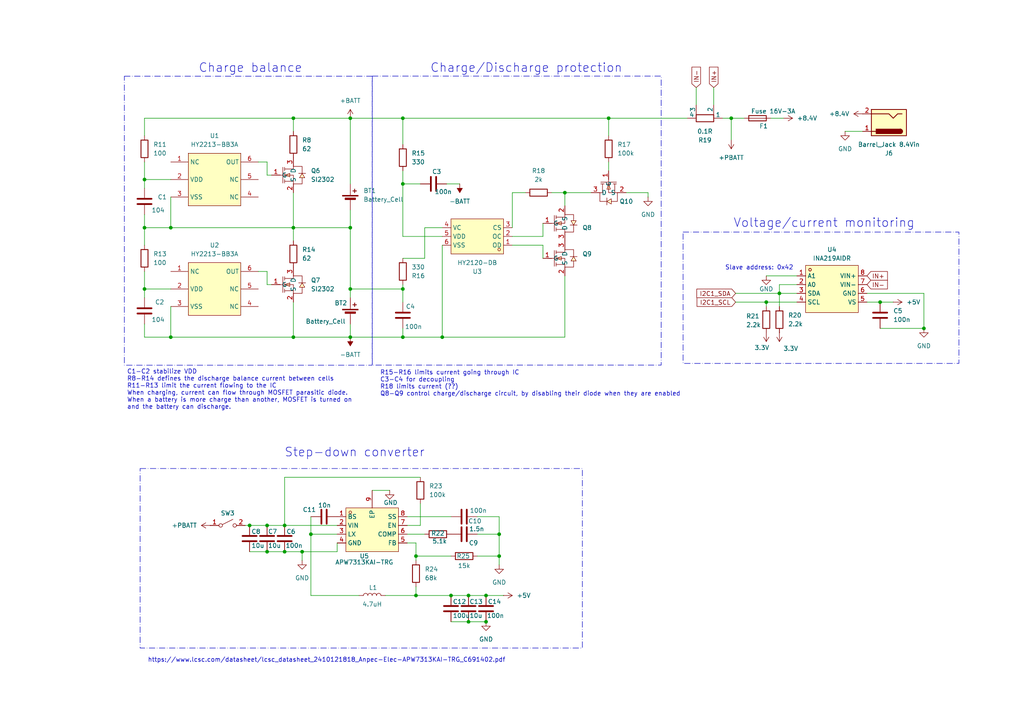
<source format=kicad_sch>
(kicad_sch (version 20250114) (generator "eeschema") (generator_version "9.0")
  (paper "A4")
  (lib_symbols
    (symbol "Connector:Barrel_Jack" (pin_names (offset 1.016))
      (property "Reference" "J" (at 0 5.334 0))
      (property "Value" "Barrel_Jack" (at 0 -5.08 0))
      (symbol "Barrel_Jack_0_1"
        (rectangle (start -5.08 3.81) (end 5.08 -3.81) (stroke (width 0.254)) (fill (type background)))
        (polyline (pts (xy -3.81 -2.54) (xy -2.54 -2.54) (xy -1.27 -1.27) (xy 0 -2.54) (xy 2.54 -2.54) (xy 5.08 -2.54)) (stroke (width 0.254)))
        (arc (start -3.302 1.905) (mid -3.9343 2.54) (end -3.302 3.175) (stroke (width 0.254)))
        (arc (start -3.302 1.905) (mid -3.9343 2.54) (end -3.302 3.175) (stroke (width 0.254)) (fill (type outline)))
        (rectangle (start 3.683 3.175) (end -3.302 1.905) (stroke (width 0.254)) (fill (type outline)))
        (polyline (pts (xy 5.08 2.54) (xy 3.81 2.54)) (stroke (width 0.254)))
      )
      (symbol "Barrel_Jack_1_1"
        (pin passive line (at 7.62 2.54 180) (length 2.54) (name "~") (number "1"))
        (pin passive line (at 7.62 -2.54 180) (length 2.54) (name "~") (number "2"))
      )
    )
    (symbol "Device:Battery_Cell" (pin_numbers (hide yes)) (pin_names (offset 0) (hide yes))
      (property "Reference" "BT" (at 2.54 2.54 0))
      (property "Value" "Battery_Cell" (at 2.54 0 0))
      (symbol "Battery_Cell_0_1"
        (rectangle (start -2.286 1.778) (end 2.286 1.524) (fill (type outline)))
        (rectangle (start -1.524 1.016) (end 1.524 0.508) (fill (type outline)))
        (polyline (pts (xy 0 1.778) (xy 0 2.54)))
        (polyline (pts (xy 0 0.762) (xy 0 0)))
        (polyline (pts (xy 0.762 3.048) (xy 1.778 3.048)) (stroke (width 0.254)))
        (polyline (pts (xy 1.27 3.556) (xy 1.27 2.54)) (stroke (width 0.254)))
      )
      (symbol "Battery_Cell_1_1"
        (pin passive line (at 0 5.08 270) (length 2.54) (name "+") (number "1"))
        (pin passive line (at 0 -2.54 90) (length 2.54) (name "-") (number "2"))
      )
    )
    (symbol "Device:C" (pin_numbers (hide yes)) (pin_names (offset 0.254))
      (property "Reference" "C" (at 0.635 2.54 0))
      (property "Value" "C" (at 0.635 -2.54 0))
      (symbol "C_0_1"
        (polyline (pts (xy -2.032 0.762) (xy 2.032 0.762)) (stroke (width 0.508)))
        (polyline (pts (xy -2.032 -0.762) (xy 2.032 -0.762)) (stroke (width 0.508)))
      )
      (symbol "C_1_1"
        (pin passive line (at 0 3.81 270) (length 2.794) (name "~") (number "1"))
        (pin passive line (at 0 -3.81 90) (length 2.794) (name "~") (number "2"))
      )
    )
    (symbol "Device:Fuse" (pin_numbers (hide yes)) (pin_names (offset 0))
      (property "Reference" "F" (at 2.032 0 90))
      (property "Value" "Fuse" (at -1.905 0 90))
      (symbol "Fuse_0_1"
        (rectangle (start -0.762 -2.54) (end 0.762 2.54) (stroke (width 0.254)))
        (polyline (pts (xy 0 2.54) (xy 0 -2.54)))
      )
      (symbol "Fuse_1_1"
        (pin passive line (at 0 3.81 270) (length 1.27) (name "~") (number "1"))
        (pin passive line (at 0 -3.81 90) (length 1.27) (name "~") (number "2"))
      )
    )
    (symbol "Device:L" (pin_numbers (hide yes)) (pin_names (offset 1.016) (hide yes))
      (property "Reference" "L" (at -1.27 0 90))
      (property "Value" "L" (at 1.905 0 90))
      (symbol "L_0_1"
        (arc (start 0 2.54) (mid 0.6323 1.905) (end 0 1.27))
        (arc (start 0 1.27) (mid 0.6323 0.635) (end 0 0))
        (arc (start 0 0) (mid 0.6323 -0.635) (end 0 -1.27))
        (arc (start 0 -1.27) (mid 0.6323 -1.905) (end 0 -2.54))
      )
      (symbol "L_1_1"
        (pin passive line (at 0 3.81 270) (length 1.27) (name "1") (number "1"))
        (pin passive line (at 0 -3.81 90) (length 1.27) (name "2") (number "2"))
      )
    )
    (symbol "Device:R" (pin_numbers (hide yes)) (pin_names (offset 0))
      (property "Reference" "R" (at 2.032 0 90))
      (property "Value" "R" (at 0 0 90))
      (symbol "R_0_1"
        (rectangle (start -1.016 -2.54) (end 1.016 2.54) (stroke (width 0.254)))
      )
      (symbol "R_1_1"
        (pin passive line (at 0 3.81 270) (length 1.27) (name "~") (number "1"))
        (pin passive line (at 0 -3.81 90) (length 1.27) (name "~") (number "2"))
      )
    )
    (symbol "Device:R_Shunt" (pin_numbers (hide yes)) (pin_names (offset 0))
      (property "Reference" "R" (at -4.445 0 90))
      (property "Value" "R_Shunt" (at -2.54 0 90))
      (symbol "R_Shunt_0_1"
        (rectangle (start -1.016 -2.54) (end 1.016 2.54) (stroke (width 0.254)))
        (polyline (pts (xy 0 -2.54) (xy 1.27 -2.54)))
        (polyline (pts (xy 1.27 2.54) (xy 0 2.54)))
      )
      (symbol "R_Shunt_1_1"
        (pin passive line (at 0 5.08 270) (length 2.54) (name "1") (number "1"))
        (pin passive line (at 0 -5.08 90) (length 2.54) (name "4") (number "4"))
        (pin passive line (at 3.81 2.54 180) (length 2.54) (name "2") (number "2"))
        (pin passive line (at 3.81 -2.54 180) (length 2.54) (name "3") (number "3"))
      )
    )
    (symbol "Switch:SW_SPST" (pin_names (offset 0) (hide yes))
      (property "Reference" "SW" (at 0 3.175 0))
      (property "Value" "SW_SPST" (at 0 -2.54 0))
      (symbol "SW_SPST_0_0"
        (circle (center -2.032 0) (radius 0.508))
        (polyline (pts (xy -1.524 0.254) (xy 1.524 1.778)))
        (circle (center 2.032 0) (radius 0.508))
      )
      (symbol "SW_SPST_1_1"
        (pin passive line (at -5.08 0 0) (length 2.54) (name "A") (number "1"))
        (pin passive line (at 5.08 0 180) (length 2.54) (name "B") (number "2"))
      )
    )
    (symbol "easyeda:APW7313KAI-TRG"
      (property "Reference" "U" (at 0 16.51 0))
      (property "Value" "APW7313KAI-TRG" (at 0 -8.89 0))
      (symbol "APW7313KAI-TRG_0_1"
        (rectangle (start -7.62 6.35) (end 7.62 -6.35) (fill (type background)))
        (circle (center -6.35 5.08) (radius 0.38))
        (pin unspecified line (at -10.16 3.81 0) (length 2.54) (name "BS") (number "1"))
        (pin unspecified line (at -10.16 1.27 0) (length 2.54) (name "VIN") (number "2"))
        (pin unspecified line (at -10.16 -1.27 0) (length 2.54) (name "LX") (number "3"))
        (pin unspecified line (at -10.16 -3.81 0) (length 2.54) (name "GND") (number "4"))
        (pin unspecified line (at 0 11.43 270) (length 5.08) (name "EP") (number "9"))
        (pin unspecified line (at 10.16 3.81 180) (length 2.54) (name "SS") (number "8"))
        (pin unspecified line (at 10.16 1.27 180) (length 2.54) (name "EN") (number "7"))
        (pin unspecified line (at 10.16 -1.27 180) (length 2.54) (name "COMP") (number "6"))
        (pin unspecified line (at 10.16 -3.81 180) (length 2.54) (name "FB") (number "5"))
      )
    )
    (symbol "easyeda:HY2120-DB"
      (property "Reference" "U" (at 0 7.62 0))
      (property "Value" "HY2120-DB" (at 0 -7.62 0))
      (symbol "HY2120-DB_0_1"
        (rectangle (start -7.62 5.08) (end 7.62 -5.08) (fill (type background)))
        (circle (center -6.35 3.81) (radius 0.38))
        (pin unspecified line (at -10.16 2.54 0) (length 2.54) (name "OD") (number "1"))
        (pin unspecified line (at -10.16 0 0) (length 2.54) (name "OC") (number "2"))
        (pin unspecified line (at -10.16 -2.54 0) (length 2.54) (name "CS") (number "3"))
        (pin unspecified line (at 10.16 2.54 180) (length 2.54) (name "VSS") (number "6"))
        (pin unspecified line (at 10.16 0 180) (length 2.54) (name "VDD") (number "5"))
        (pin unspecified line (at 10.16 -2.54 180) (length 2.54) (name "VC") (number "4"))
      )
    )
    (symbol "easyeda:HY2213-BB3A"
      (property "Reference" "U" (at 0 10.16 0))
      (property "Value" "HY2213-BB3A" (at 0 -10.16 0))
      (symbol "HY2213-BB3A_0_1"
        (rectangle (start -7.62 7.62) (end 7.62 -7.62) (fill (type background)))
        (pin unspecified line (at -12.7 5.08 0) (length 5.08) (name "NC") (number "1"))
        (pin unspecified line (at -12.7 0 0) (length 5.08) (name "VDD") (number "2"))
        (pin unspecified line (at -12.7 -5.08 0) (length 5.08) (name "VSS") (number "3"))
        (pin unspecified line (at 12.7 5.08 180) (length 5.08) (name "OUT") (number "6"))
        (pin unspecified line (at 12.7 0 180) (length 5.08) (name "NC") (number "5"))
        (pin unspecified line (at 12.7 -5.08 180) (length 5.08) (name "NC") (number "4"))
      )
    )
    (symbol "easyeda:INA219AIDR"
      (property "Reference" "U" (at 0 8.89 0))
      (property "Value" "INA219AIDR" (at 0 -8.89 0))
      (symbol "INA219AIDR_0_1"
        (rectangle (start -7.62 6.86) (end 7.62 -6.86) (fill (type background)))
        (circle (center -6.35 5.59) (radius 0.38))
        (circle (center -6.35 5.59) (radius 0.38))
        (pin unspecified line (at -10.16 3.81 0) (length 2.54) (name "A1") (number "1"))
        (pin unspecified line (at -10.16 1.27 0) (length 2.54) (name "A0") (number "2"))
        (pin unspecified line (at -10.16 -1.27 0) (length 2.54) (name "SDA") (number "3"))
        (pin unspecified line (at -10.16 -3.81 0) (length 2.54) (name "SCL") (number "4"))
        (pin unspecified line (at 10.16 3.81 180) (length 2.54) (name "VIN+") (number "8"))
        (pin unspecified line (at 10.16 1.27 180) (length 2.54) (name "VIN-") (number "7"))
        (pin unspecified line (at 10.16 -1.27 180) (length 2.54) (name "GND") (number "6"))
        (pin unspecified line (at 10.16 -3.81 180) (length 2.54) (name "VS") (number "5"))
      )
    )
    (symbol "easyeda:SI2302_C2891732"
      (property "Reference" "Q" (at 0 10.16 0))
      (property "Value" "SI2302_C2891732" (at 0 -10.16 0))
      (symbol "SI2302_C2891732_0_1"
        (polyline (pts (xy -5.08 0) (xy -3.05 0)))
        (polyline (pts (xy -3.05 2.29) (xy -3.05 -2.29)))
        (polyline (pts (xy -2.54 2.29) (xy -2.54 1.27)))
        (polyline (pts (xy -2.54 1.78) (xy 0 1.78) (xy 0 2.54) (xy 2.54 2.54) (xy 2.54 0.51)))
        (polyline (pts (xy -2.54 0) (xy -1.02 -0.51) (xy -1.02 0.51) (xy -2.54 0)) (fill (type background)))
        (polyline (pts (xy -2.54 0) (xy 0 0) (xy 0 -2.54) (xy 2.54 -2.54) (xy 2.54 -0.76)))
        (polyline (pts (xy -2.54 -0.51) (xy -2.54 0.51)))
        (polyline (pts (xy -2.54 -2.29) (xy -2.54 -1.27)))
        (polyline (pts (xy 0 -1.78) (xy -2.54 -1.78)))
        (polyline (pts (xy 2.54 0.51) (xy 1.78 -0.76) (xy 3.3 -0.76) (xy 2.54 0.51)) (fill (type background)))
        (polyline (pts (xy 3.56 0.51) (xy 3.05 0.51) (xy 2.03 0.51) (xy 1.52 0.51)))
        (pin unspecified line (at -6.35 0 0) (length 2.54) (name "G") (number "1"))
        (pin unspecified line (at 0 5.08 270) (length 2.54) (name "D") (number "3"))
        (pin unspecified line (at 0 -5.08 90) (length 2.54) (name "S") (number "2"))
      )
    )
    (symbol "power:+5V" (power) (pin_numbers (hide yes)) (pin_names (offset 0) (hide yes))
      (property "Value" "+5V" (at 0 3.556 0))
      (symbol "+5V_0_1"
        (polyline (pts (xy -0.762 1.27) (xy 0 2.54)))
        (polyline (pts (xy 0 2.54) (xy 0.762 1.27)))
        (polyline (pts (xy 0 0) (xy 0 2.54)))
      )
      (symbol "+5V_1_1"
        (pin power_in line (at 0 0 90) (length 0) (name "~") (number "1"))
      )
    )
    (symbol "power:+BATT" (power) (pin_numbers (hide yes)) (pin_names (offset 0) (hide yes))
      (property "Value" "+BATT" (at 0 3.556 0))
      (symbol "+BATT_0_1"
        (polyline (pts (xy -0.762 1.27) (xy 0 2.54)))
        (polyline (pts (xy 0 2.54) (xy 0.762 1.27)))
        (polyline (pts (xy 0 0) (xy 0 2.54)))
      )
      (symbol "+BATT_1_1"
        (pin power_in line (at 0 0 90) (length 0) (name "~") (number "1"))
      )
    )
    (symbol "power:-BATT" (power) (pin_numbers (hide yes)) (pin_names (offset 0) (hide yes))
      (property "Value" "-BATT" (at 0 3.556 0))
      (symbol "-BATT_0_1"
        (polyline (pts (xy 0 0) (xy 0 2.54)))
        (polyline (pts (xy 0.762 1.27) (xy -0.762 1.27) (xy 0 2.54) (xy 0.762 1.27)) (fill (type outline)))
      )
      (symbol "-BATT_1_1"
        (pin power_in line (at 0 0 90) (length 0) (name "~") (number "1"))
      )
    )
    (symbol "power:GND" (power) (pin_numbers (hide yes)) (pin_names (offset 0) (hide yes))
      (property "Value" "GND" (at 0 -3.81 0))
      (symbol "GND_0_1"
        (polyline (pts (xy 0 0) (xy 0 -1.27) (xy 1.27 -1.27) (xy 0 -2.54) (xy -1.27 -1.27) (xy 0 -1.27)))
      )
      (symbol "GND_1_1"
        (pin power_in line (at 0 0 270) (length 0) (name "~") (number "1"))
      )
    )
  )
  (rectangle (start 36.068 22.098) (end 107.95 105.918) (stroke (width 0) (type dash_dot)))
  (rectangle (start 107.9813 22.0753) (end 191.7699 105.8953) (stroke (width 0) (type dash_dot)))
  (rectangle (start 198.12 67.31) (end 278.13 105.41) (stroke (width 0) (type dash_dot)))
  (rectangle (start 40.64 135.89) (end 168.91 187.96) (stroke (width 0) (type dash_dot)))
  (text "Step-down converter" (at 102.87 131.318 0) (effects (font (size 2.54 2.54))))
  (text "Charge balance" (at 72.644 19.812 0) (effects (font (size 2.54 2.54))))
  (text "Slave address: 0x42" (at 220.218 77.724 0) (effects (font (size 1.27 1.27))))
  (text "C1-C2 stabilize VDD\nR8-R14 defines the discharge balance current between cells\nR11-R13 limit the current flowing to the IC\nWhen charging, current can flow through MOSFET parasitic diode.\nWhen a battery is more charge than another, MOSFET is turned on\nand the battery can discharge.\n" (at 36.83 113.03 0) (effects (font (size 1.27 1.27)) (justify left)))
  (text "Charge/Discharge protection" (at 152.654 19.812 0) (effects (font (size 2.54 2.54))))
  (text "Voltage/current monitoring" (at 239.014 64.77 0) (effects (font (size 2.54 2.54))))
  (text "https://www.lcsc.com/datasheet/lcsc_datasheet_2410121818_Anpec-Elec-APW7313KAI-TRG_C691402.pdf" (at 94.742 191.516 0) (effects (font (size 1.27 1.27))))
  (text "R15-R16 limits current going through IC\nC3-C4 for decoupling\nR18 limits current (??)\nQ8-Q9 control charge/discharge circuit, by disabling their diode when they are enabled" (at 110.236 111.252 0) (effects (font (size 1.27 1.27)) (justify left)))
  (junction (at 120.65 172.72))
  (junction (at 85.09 97.79))
  (junction (at 82.55 160.02))
  (junction (at 135.89 172.72))
  (junction (at 130.81 172.72))
  (junction (at 77.47 152.4))
  (junction (at 140.97 172.72))
  (junction (at 49.53 66.04))
  (junction (at 120.65 161.29))
  (junction (at 41.91 83.82))
  (junction (at 101.6 97.79))
  (junction (at 116.84 34.29))
  (junction (at 116.84 53.34))
  (junction (at 87.63 160.02))
  (junction (at 41.91 66.04))
  (junction (at 77.47 160.02))
  (junction (at 116.84 97.79))
  (junction (at 49.53 97.79))
  (junction (at 85.09 66.04))
  (junction (at 116.84 83.82))
  (junction (at 135.89 180.34))
  (junction (at 222.25 87.63))
  (junction (at 128.27 97.79))
  (junction (at 101.6 34.29))
  (junction (at 144.78 161.29))
  (junction (at 101.6 83.82))
  (junction (at 176.53 34.29))
  (junction (at 41.91 52.07))
  (junction (at 140.97 180.34))
  (junction (at 212.09 34.29))
  (junction (at 101.6 66.04))
  (junction (at 85.09 34.29))
  (junction (at 90.17 154.94))
  (junction (at 144.78 154.94))
  (junction (at 72.39 152.4))
  (junction (at 267.97 95.25))
  (junction (at 255.27 87.63))
  (junction (at 82.55 152.4))
  (junction (at 163.83 55.88))
  (junction (at 226.06 85.09))
  (wire (pts (xy 85.09 38.1) (xy 85.09 34.29)))
  (wire (pts (xy 90.17 154.94) (xy 97.79 154.94)))
  (wire (pts (xy 133.35 53.34) (xy 129.54 53.34)))
  (wire (pts (xy 41.91 54.61) (xy 41.91 52.07)))
  (wire (pts (xy 77.47 50.8) (xy 77.47 46.99)))
  (wire (pts (xy 78.74 82.55) (xy 77.47 82.55)))
  (wire (pts (xy 123.19 66.04) (xy 128.27 66.04)))
  (wire (pts (xy 71.12 152.4) (xy 72.39 152.4)))
  (wire (pts (xy 245.11 38.1) (xy 250.19 38.1)))
  (wire (pts (xy 116.84 97.79) (xy 128.27 97.79)))
  (wire (pts (xy 148.59 55.88) (xy 152.4 55.88)))
  (wire (pts (xy 226.06 85.09) (xy 226.06 88.9)))
  (wire (pts (xy 118.11 157.48) (xy 120.65 157.48)))
  (wire (pts (xy 144.78 149.86) (xy 144.78 154.94)))
  (wire (pts (xy 157.48 68.58) (xy 157.48 64.77)))
  (wire (pts (xy 226.06 82.55) (xy 226.06 85.09)))
  (wire (pts (xy 116.84 49.53) (xy 116.84 53.34)))
  (wire (pts (xy 90.17 149.86) (xy 90.17 154.94)))
  (wire (pts (xy 160.02 55.88) (xy 163.83 55.88)))
  (wire (pts (xy 148.59 66.04) (xy 148.59 55.88)))
  (wire (pts (xy 176.53 49.53) (xy 176.53 46.99)))
  (wire (pts (xy 41.91 66.04) (xy 49.53 66.04)))
  (wire (pts (xy 101.6 97.79) (xy 101.6 93.98)))
  (wire (pts (xy 209.55 34.29) (xy 212.09 34.29)))
  (wire (pts (xy 49.53 97.79) (xy 85.09 97.79)))
  (wire (pts (xy 138.43 149.86) (xy 144.78 149.86)))
  (wire (pts (xy 116.84 53.34) (xy 116.84 68.58)))
  (wire (pts (xy 120.65 170.18) (xy 120.65 172.72)))
  (wire (pts (xy 120.65 172.72) (xy 130.81 172.72)))
  (wire (pts (xy 130.81 180.34) (xy 135.89 180.34)))
  (wire (pts (xy 212.09 34.29) (xy 215.9 34.29)))
  (wire (pts (xy 85.09 34.29) (xy 101.6 34.29)))
  (wire (pts (xy 41.91 97.79) (xy 49.53 97.79)))
  (wire (pts (xy 251.46 87.63) (xy 255.27 87.63)))
  (wire (pts (xy 116.84 83.82) (xy 101.6 83.82)))
  (wire (pts (xy 85.09 55.88) (xy 85.09 66.04)))
  (wire (pts (xy 85.09 97.79) (xy 101.6 97.79)))
  (wire (pts (xy 87.63 162.56) (xy 87.63 160.02)))
  (wire (pts (xy 163.83 97.79) (xy 128.27 97.79)))
  (wire (pts (xy 101.6 34.29) (xy 116.84 34.29)))
  (wire (pts (xy 116.84 82.55) (xy 116.84 83.82)))
  (wire (pts (xy 267.97 95.25) (xy 255.27 95.25)))
  (wire (pts (xy 120.65 157.48) (xy 120.65 161.29)))
  (wire (pts (xy 135.89 172.72) (xy 140.97 172.72)))
  (wire (pts (xy 201.93 25.4) (xy 201.93 30.48)))
  (wire (pts (xy 176.53 34.29) (xy 116.84 34.29)))
  (wire (pts (xy 267.97 85.09) (xy 267.97 95.25)))
  (wire (pts (xy 41.91 34.29) (xy 85.09 34.29)))
  (wire (pts (xy 121.92 152.4) (xy 121.92 146.05)))
  (wire (pts (xy 135.89 180.34) (xy 140.97 180.34)))
  (wire (pts (xy 255.27 87.63) (xy 259.08 87.63)))
  (wire (pts (xy 120.65 161.29) (xy 120.65 162.56)))
  (wire (pts (xy 90.17 172.72) (xy 90.17 154.94)))
  (wire (pts (xy 138.43 154.94) (xy 144.78 154.94)))
  (wire (pts (xy 72.39 152.4) (xy 77.47 152.4)))
  (wire (pts (xy 207.01 25.4) (xy 207.01 30.48)))
  (wire (pts (xy 120.65 161.29) (xy 130.81 161.29)))
  (wire (pts (xy 101.6 34.29) (xy 101.6 53.34)))
  (wire (pts (xy 78.74 50.8) (xy 77.47 50.8)))
  (wire (pts (xy 163.83 59.69) (xy 163.83 55.88)))
  (wire (pts (xy 116.84 95.25) (xy 116.84 97.79)))
  (wire (pts (xy 101.6 60.96) (xy 101.6 66.04)))
  (wire (pts (xy 77.47 82.55) (xy 77.47 78.74)))
  (wire (pts (xy 107.95 142.24) (xy 113.03 142.24)))
  (wire (pts (xy 212.09 40.64) (xy 212.09 34.29)))
  (wire (pts (xy 41.91 71.12) (xy 41.91 66.04)))
  (wire (pts (xy 85.09 87.63) (xy 85.09 97.79)))
  (wire (pts (xy 187.96 55.88) (xy 181.61 55.88)))
  (wire (pts (xy 41.91 46.99) (xy 41.91 52.07)))
  (wire (pts (xy 41.91 86.36) (xy 41.91 83.82)))
  (wire (pts (xy 148.59 71.12) (xy 157.48 71.12)))
  (wire (pts (xy 121.92 53.34) (xy 116.84 53.34)))
  (wire (pts (xy 138.43 161.29) (xy 144.78 161.29)))
  (wire (pts (xy 222.25 80.01) (xy 231.14 80.01)))
  (wire (pts (xy 82.55 152.4) (xy 82.55 138.43)))
  (wire (pts (xy 222.25 87.63) (xy 231.14 87.63)))
  (wire (pts (xy 120.65 172.72) (xy 111.76 172.72)))
  (wire (pts (xy 101.6 97.79) (xy 116.84 97.79)))
  (wire (pts (xy 101.6 66.04) (xy 101.6 83.82)))
  (wire (pts (xy 97.79 160.02) (xy 97.79 157.48)))
  (wire (pts (xy 231.14 82.55) (xy 226.06 82.55)))
  (wire (pts (xy 116.84 74.93) (xy 123.19 74.93)))
  (wire (pts (xy 148.59 68.58) (xy 157.48 68.58)))
  (wire (pts (xy 101.6 83.82) (xy 101.6 86.36)))
  (wire (pts (xy 104.14 172.72) (xy 90.17 172.72)))
  (wire (pts (xy 49.53 57.15) (xy 49.53 66.04)))
  (wire (pts (xy 87.63 160.02) (xy 97.79 160.02)))
  (wire (pts (xy 187.96 57.15) (xy 187.96 55.88)))
  (wire (pts (xy 123.19 154.94) (xy 118.11 154.94)))
  (wire (pts (xy 41.91 39.37) (xy 41.91 34.29)))
  (wire (pts (xy 41.91 62.23) (xy 41.91 66.04)))
  (wire (pts (xy 213.36 85.09) (xy 226.06 85.09)))
  (wire (pts (xy 144.78 161.29) (xy 144.78 154.94)))
  (wire (pts (xy 49.53 66.04) (xy 85.09 66.04)))
  (wire (pts (xy 222.25 88.9) (xy 222.25 87.63)))
  (wire (pts (xy 116.84 68.58) (xy 128.27 68.58)))
  (wire (pts (xy 49.53 88.9) (xy 49.53 97.79)))
  (wire (pts (xy 163.83 80.01) (xy 163.83 97.79)))
  (wire (pts (xy 176.53 39.37) (xy 176.53 34.29)))
  (wire (pts (xy 123.19 74.93) (xy 123.19 66.04)))
  (wire (pts (xy 82.55 138.43) (xy 121.92 138.43)))
  (wire (pts (xy 163.83 55.88) (xy 171.45 55.88)))
  (wire (pts (xy 82.55 152.4) (xy 97.79 152.4)))
  (wire (pts (xy 82.55 160.02) (xy 87.63 160.02)))
  (wire (pts (xy 85.09 66.04) (xy 101.6 66.04)))
  (wire (pts (xy 85.09 69.85) (xy 85.09 66.04)))
  (wire (pts (xy 176.53 34.29) (xy 199.39 34.29)))
  (wire (pts (xy 118.11 152.4) (xy 121.92 152.4)))
  (wire (pts (xy 226.06 85.09) (xy 231.14 85.09)))
  (wire (pts (xy 77.47 46.99) (xy 74.93 46.99)))
  (wire (pts (xy 140.97 172.72) (xy 146.05 172.72)))
  (wire (pts (xy 118.11 149.86) (xy 130.81 149.86)))
  (wire (pts (xy 77.47 78.74) (xy 74.93 78.74)))
  (wire (pts (xy 116.84 41.91) (xy 116.84 34.29)))
  (wire (pts (xy 77.47 152.4) (xy 82.55 152.4)))
  (wire (pts (xy 128.27 71.12) (xy 128.27 97.79)))
  (wire (pts (xy 41.91 52.07) (xy 49.53 52.07)))
  (wire (pts (xy 116.84 83.82) (xy 116.84 87.63)))
  (wire (pts (xy 144.78 163.83) (xy 144.78 161.29)))
  (wire (pts (xy 72.39 160.02) (xy 77.47 160.02)))
  (wire (pts (xy 130.81 172.72) (xy 135.89 172.72)))
  (wire (pts (xy 251.46 85.09) (xy 267.97 85.09)))
  (wire (pts (xy 157.48 74.93) (xy 157.48 71.12)))
  (wire (pts (xy 77.47 160.02) (xy 82.55 160.02)))
  (wire (pts (xy 41.91 78.74) (xy 41.91 83.82)))
  (wire (pts (xy 41.91 83.82) (xy 49.53 83.82)))
  (wire (pts (xy 213.36 87.63) (xy 222.25 87.63)))
  (wire (pts (xy 223.52 34.29) (xy 227.33 34.29)))
  (wire (pts (xy 41.91 93.98) (xy 41.91 97.79)))
  (global_label "IN-" (shape input) (at 251.46 82.55 0) (property "Intersheetrefs" "${INTERSHEET_REFS}" (effects (hide yes))))
  (global_label "I2C1_SDA" (shape input) (at 213.36 85.09 180) (property "Intersheetrefs" "${INTERSHEET_REFS}" (effects (hide yes))))
  (global_label "IN-" (shape input) (at 201.93 25.4 90) (property "Intersheetrefs" "${INTERSHEET_REFS}" (effects (hide yes))))
  (global_label "I2C1_SCL" (shape input) (at 213.36 87.63 180) (property "Intersheetrefs" "${INTERSHEET_REFS}" (effects (hide yes))))
  (global_label "IN+" (shape input) (at 207.01 25.4 90) (property "Intersheetrefs" "${INTERSHEET_REFS}" (effects (hide yes))))
  (global_label "IN+" (shape input) (at 251.46 80.01 0) (property "Intersheetrefs" "${INTERSHEET_REFS}" (effects (hide yes))))
  (symbol (lib_id "Device:C") (at 130.81 176.53 0) (unit 1)
    (property "Reference" "C12" (at 131.318 174.498 0) (effects (justify left)))
    (property "Value" "100u" (at 131.318 178.562 0) (effects (justify left)))
    (property "Description" "Unpolarized capacitor" (effects (hide yes)))
  )
  (symbol (lib_id "Device:C") (at 255.27 91.44 0) (unit 1)
    (property "Reference" "C5" (at 259.08 90.1699 0) (effects (justify left)))
    (property "Value" "100n" (at 259.08 92.7099 0) (effects (justify left)))
    (property "Description" "Unpolarized capacitor" (effects (hide yes)))
  )
  (symbol (lib_id "Device:R") (at 176.53 43.18 180) (unit 1)
    (property "Reference" "R17" (at 179.07 41.9099 0) (effects (justify right)))
    (property "Value" "100k" (at 179.07 44.4499 0) (effects (justify right)))
    (property "Description" "Resistor" (effects (hide yes)))
  )
  (symbol (lib_id "Device:R") (at 127 154.94 90) (unit 1)
    (property "Reference" "R22" (at 127 154.686 90))
    (property "Value" "5.1k" (at 127.508 156.972 90))
    (property "Description" "Resistor" (effects (hide yes)))
  )
  (symbol (lib_id "easyeda:SI2302_C2891732") (at 85.09 82.55 0) (unit 1)
    (property "Reference" "Q7" (at 90.17 81.2799 0) (effects (justify left)))
    (property "Value" "SI2302" (at 90.17 83.8199 0) (effects (justify left)))
    (property "Footprint" "easyeda:SOT-23-3_L2.9-W1.3-P1.90-LS2.4-BR" (effects (hide yes)))
    (property "LCSC Part" "C2891732" (effects (hide yes)))
  )
  (symbol (lib_id "Device:C") (at 82.55 156.21 0) (unit 1)
    (property "Reference" "C6" (at 83.058 154.178 0) (effects (justify left)))
    (property "Value" "100n" (at 82.804 158.242 0) (effects (justify left)))
    (property "Description" "Unpolarized capacitor" (effects (hide yes)))
  )
  (symbol (lib_id "Device:R") (at 85.09 41.91 0) (unit 1)
    (property "Reference" "R8" (at 87.63 40.6399 0) (effects (justify left)))
    (property "Value" "62" (at 87.63 43.1799 0) (effects (justify left)))
    (property "Description" "Resistor" (effects (hide yes)))
  )
  (symbol (lib_id "power:+BATT") (at 60.96 152.4 90) (unit 1)
    (property "Reference" "#PWR025" (effects (hide yes)))
    (property "Value" "+PBATT" (at 57.15 152.3999 90) (effects (justify left)))
    (property "Description" "Power symbol creates a global label with name \"+BATT\"" (effects (hide yes)))
  )
  (symbol (lib_id "Device:C") (at 41.91 90.17 0) (unit 1)
    (property "Reference" "C2" (at 44.958 87.63 0) (effects (justify left)))
    (property "Value" "104" (at 43.942 92.71 0) (effects (justify left)))
    (property "Description" "Unpolarized capacitor" (effects (hide yes)))
  )
  (symbol (lib_id "Connector:Barrel_Jack") (at 257.81 35.56 180) (unit 1)
    (property "Reference" "J6" (at 257.81 44.45 0))
    (property "Value" "Barrel_Jack 8.4Vin" (at 257.81 41.91 0))
    (property "Description" "DC Barrel Jack" (effects (hide yes)))
  )
  (symbol (lib_id "power:+BATT") (at 212.09 40.64 180) (unit 1)
    (property "Reference" "#PWR06" (effects (hide yes)))
    (property "Value" "+PBATT" (at 212.09 45.72 0))
    (property "Description" "Power symbol creates a global label with name \"+BATT\"" (effects (hide yes)))
  )
  (symbol (lib_id "Switch:SW_SPST") (at 66.04 152.4 0) (unit 1)
    (property "Reference" "SW3" (at 66.04 148.844 0))
    (property "Value" "SW_SPST" (effects (hide yes)))
    (property "Description" "Single Pole Single Throw (SPST) switch" (effects (hide yes)))
  )
  (symbol (lib_id "power:GND") (at 144.78 163.83 0) (unit 1)
    (property "Reference" "#PWR027" (effects (hide yes)))
    (property "Value" "GND" (at 144.78 168.91 0))
    (property "Description" "Power symbol creates a global label with name \"GND\" , ground" (effects (hide yes)))
  )
  (symbol (lib_id "Device:R") (at 116.84 45.72 180) (unit 1)
    (property "Reference" "R15" (at 119.38 44.4499 0) (effects (justify right)))
    (property "Value" "330" (at 119.38 46.9899 0) (effects (justify right)))
    (property "Description" "Resistor" (effects (hide yes)))
  )
  (symbol (lib_id "Device:R") (at 156.21 55.88 270) (unit 1)
    (property "Reference" "R18" (at 156.21 49.53 90))
    (property "Value" "2k" (at 156.21 52.07 90))
    (property "Description" "Resistor" (effects (hide yes)))
  )
  (symbol (lib_id "Device:C") (at 116.84 91.44 0) (mirror y) (unit 1)
    (property "Reference" "C4" (at 120.396 88.9 0) (effects (justify left)))
    (property "Value" "100n" (at 122.428 94.742 0) (effects (justify left)))
    (property "Description" "Unpolarized capacitor" (effects (hide yes)))
  )
  (symbol (lib_id "power:GND") (at 267.97 95.25 0) (unit 1)
    (property "Reference" "#PWR013" (effects (hide yes)))
    (property "Value" "GND" (at 267.97 100.33 0))
    (property "Description" "Power symbol creates a global label with name \"GND\" , ground" (effects (hide yes)))
  )
  (symbol (lib_id "power:GND") (at 187.96 57.15 0) (mirror y) (unit 1)
    (property "Reference" "#PWR034" (effects (hide yes)))
    (property "Value" "GND" (at 187.96 62.23 0))
    (property "Description" "Power symbol creates a global label with name \"GND\" , ground" (effects (hide yes)))
  )
  (symbol (lib_id "power:+5V") (at 226.06 96.52 180) (unit 1)
    (property "Reference" "#PWR014" (effects (hide yes)))
    (property "Value" "3.3V" (at 229.362 101.092 0))
    (property "Description" "Power symbol creates a global label with name \"+5V\"" (effects (hide yes)))
  )
  (symbol (lib_id "power:GND") (at 222.25 80.01 0) (unit 1)
    (property "Reference" "#PWR020" (effects (hide yes)))
    (property "Value" "GND" (at 222.25 83.82 0))
    (property "Description" "Power symbol creates a global label with name \"GND\" , ground" (effects (hide yes)))
  )
  (symbol (lib_id "easyeda:SI2302_C2891732") (at 163.83 74.93 0) (unit 1)
    (property "Reference" "Q9" (at 168.91 73.6599 0) (effects (justify left)))
    (property "Value" "SI2302" (effects (hide yes)))
    (property "Footprint" "easyeda:SOT-23-3_L2.9-W1.3-P1.90-LS2.4-BR" (effects (hide yes)))
    (property "LCSC Part" "C2891732" (effects (hide yes)))
  )
  (symbol (lib_id "Device:C") (at 93.98 149.86 90) (unit 1)
    (property "Reference" "C11" (at 91.694 147.828 90) (effects (justify left)))
    (property "Value" "10n" (at 96.012 146.558 90) (effects (justify left)))
    (property "Description" "Unpolarized capacitor" (effects (hide yes)))
  )
  (symbol (lib_id "Device:R") (at 226.06 92.71 180) (unit 1)
    (property "Reference" "R20" (at 228.6 91.4399 0) (effects (justify right)))
    (property "Value" "2.2k" (at 228.6 93.9799 0) (effects (justify right)))
    (property "Description" "Resistor" (effects (hide yes)))
  )
  (symbol (lib_id "power:+5V") (at 146.05 172.72 270) (unit 1)
    (property "Reference" "#PWR028" (effects (hide yes)))
    (property "Value" "+5V" (at 149.86 172.7199 90) (effects (justify left)))
    (property "Description" "Power symbol creates a global label with name \"+5V\"" (effects (hide yes)))
  )
  (symbol (lib_id "Device:C") (at 134.62 149.86 90) (unit 1)
    (property "Reference" "C10" (at 139.7 151.13 90) (effects (justify left)))
    (property "Value" "100n" (at 141.224 148.082 90) (effects (justify left)))
    (property "Description" "Unpolarized capacitor" (effects (hide yes)))
  )
  (symbol (lib_id "Device:R") (at 85.09 73.66 0) (unit 1)
    (property "Reference" "R14" (at 87.63 72.3899 0) (effects (justify left)))
    (property "Value" "62" (at 87.63 74.9299 0) (effects (justify left)))
    (property "Description" "Resistor" (effects (hide yes)))
  )
  (symbol (lib_id "power:+5V") (at 250.19 33.02 90) (mirror x) (unit 1)
    (property "Reference" "#PWR032" (effects (hide yes)))
    (property "Value" "+8.4V" (at 246.38 33.0199 90) (effects (justify left)))
    (property "Description" "Power symbol creates a global label with name \"+5V\"" (effects (hide yes)))
  )
  (symbol (lib_id "Device:C") (at 72.39 156.21 0) (unit 1)
    (property "Reference" "C8" (at 72.898 154.178 0) (effects (justify left)))
    (property "Value" "10u" (at 72.898 158.242 0) (effects (justify left)))
    (property "Description" "Unpolarized capacitor" (effects (hide yes)))
  )
  (symbol (lib_id "Device:R_Shunt") (at 204.47 34.29 270) (mirror x) (unit 1)
    (property "Reference" "R19" (at 204.47 40.64 90))
    (property "Value" "0.1R" (at 204.47 38.1 90))
    (property "Description" "Shunt resistor" (effects (hide yes)))
  )
  (symbol (lib_id "Device:L") (at 107.95 172.72 90) (unit 1)
    (property "Reference" "L1" (at 108.204 170.434 90))
    (property "Value" "4.7uH" (at 107.95 175.26 90))
    (property "Description" "Inductor" (effects (hide yes)))
  )
  (symbol (lib_id "Device:R") (at 41.91 74.93 0) (unit 1)
    (property "Reference" "R13" (at 44.45 73.6599 0) (effects (justify left)))
    (property "Value" "100" (at 44.45 76.1999 0) (effects (justify left)))
    (property "Description" "Resistor" (effects (hide yes)))
  )
  (symbol (lib_id "Device:C") (at 140.97 176.53 0) (unit 1)
    (property "Reference" "C14" (at 141.478 174.498 0) (effects (justify left)))
    (property "Value" "100n" (at 141.224 178.562 0) (effects (justify left)))
    (property "Description" "Unpolarized capacitor" (effects (hide yes)))
  )
  (symbol (lib_id "easyeda:SI2302_C2891732") (at 176.53 55.88 90) (mirror x) (unit 1)
    (property "Reference" "Q10" (at 183.642 58.42 90) (effects (justify left)))
    (property "Value" "SI2302" (effects (hide yes)))
    (property "Footprint" "easyeda:SOT-23-3_L2.9-W1.3-P1.90-LS2.4-BR" (effects (hide yes)))
    (property "LCSC Part" "C2891732" (effects (hide yes)))
  )
  (symbol (lib_id "easyeda:HY2213-BB3A") (at 62.23 83.82 0) (unit 1)
    (property "Reference" "U2" (at 62.23 71.12 0))
    (property "Value" "HY2213-BB3A" (at 62.23 73.66 0))
    (property "Footprint" "easyeda:SOT-23-6_L2.9-W1.6-P0.95-LS2.8-BR" (effects (hide yes)))
    (property "Datasheet" "https://lcsc.com/product-detail/PMIC-Battery-Management_HY2213-BB3A_C113632.html" (effects (hide yes)))
    (property "LCSC Part" "C113632" (effects (hide yes)))
  )
  (symbol (lib_id "Device:C") (at 134.62 154.94 90) (unit 1)
    (property "Reference" "C9" (at 138.684 157.48 90) (effects (justify left)))
    (property "Value" "1.5n" (at 140.462 153.416 90) (effects (justify left)))
    (property "Description" "Unpolarized capacitor" (effects (hide yes)))
  )
  (symbol (lib_id "easyeda:HY2120-DB") (at 138.43 68.58 180) (unit 1)
    (property "Reference" "U3" (at 138.43 78.74 0))
    (property "Value" "HY2120-DB" (at 138.43 76.2 0))
    (property "Footprint" "easyeda:SOT-23-6_L2.9-W1.6-P0.95-LS2.8-BR" (effects (hide yes)))
    (property "Datasheet" "https://lcsc.com/product-detail/Battery-Protection-ICs_HY2120-DB_C168777.html" (effects (hide yes)))
    (property "LCSC Part" "C168777" (effects (hide yes)))
  )
  (symbol (lib_id "easyeda:SI2302_C2891732") (at 163.83 64.77 0) (mirror x) (unit 1)
    (property "Reference" "Q8" (at 168.91 66.0401 0) (effects (justify left)))
    (property "Value" "SI2302" (effects (hide yes)))
    (property "Footprint" "easyeda:SOT-23-3_L2.9-W1.3-P1.90-LS2.4-BR" (effects (hide yes)))
    (property "LCSC Part" "C2891732" (effects (hide yes)))
  )
  (symbol (lib_id "power:+BATT") (at 101.6 34.29 0) (unit 1)
    (property "Reference" "#PWR03" (effects (hide yes)))
    (property "Value" "+BATT" (at 101.6 29.21 0))
    (property "Description" "Power symbol creates a global label with name \"+BATT\"" (effects (hide yes)))
  )
  (symbol (lib_id "Device:Battery_Cell") (at 101.6 91.44 0) (unit 1)
    (property "Reference" "BT2" (at 97.028 87.884 0) (effects (justify left)))
    (property "Value" "Battery_Cell" (at 88.646 93.218 0) (effects (justify left)))
    (property "Description" "Single-cell battery" (effects (hide yes)))
  )
  (symbol (lib_id "Device:R") (at 41.91 43.18 0) (unit 1)
    (property "Reference" "R11" (at 44.45 41.9099 0) (effects (justify left)))
    (property "Value" "100" (at 44.45 44.4499 0) (effects (justify left)))
    (property "Description" "Resistor" (effects (hide yes)))
  )
  (symbol (lib_id "Device:Fuse") (at 219.71 34.29 90) (unit 1)
    (property "Reference" "F1" (at 221.488 36.576 90))
    (property "Value" "Fuse 16V-3A" (at 224.282 32.258 90))
    (property "Description" "Fuse" (effects (hide yes)))
  )
  (symbol (lib_id "power:GND") (at 140.97 180.34 0) (unit 1)
    (property "Reference" "#PWR030" (effects (hide yes)))
    (property "Value" "GND" (at 140.97 185.42 0))
    (property "Description" "Power symbol creates a global label with name \"GND\" , ground" (effects (hide yes)))
  )
  (symbol (lib_id "power:GND") (at 87.63 162.56 0) (unit 1)
    (property "Reference" "#PWR026" (effects (hide yes)))
    (property "Value" "GND" (at 87.63 167.64 0))
    (property "Description" "Power symbol creates a global label with name \"GND\" , ground" (effects (hide yes)))
  )
  (symbol (lib_id "Device:R") (at 120.65 166.37 0) (unit 1)
    (property "Reference" "R24" (at 123.19 165.0999 0) (effects (justify left)))
    (property "Value" "68k" (at 123.19 167.6399 0) (effects (justify left)))
    (property "Description" "Resistor" (effects (hide yes)))
  )
  (symbol (lib_id "Device:R") (at 116.84 78.74 0) (mirror y) (unit 1)
    (property "Reference" "R16" (at 119.38 80.0101 0) (effects (justify right)))
    (property "Value" "330" (at 119.38 77.4701 0) (effects (justify right)))
    (property "Description" "Resistor" (effects (hide yes)))
  )
  (symbol (lib_id "power:GND") (at 113.03 142.24 0) (unit 1)
    (property "Reference" "#PWR029" (effects (hide yes)))
    (property "Value" "GND" (at 113.284 145.796 0))
    (property "Description" "Power symbol creates a global label with name \"GND\" , ground" (effects (hide yes)))
  )
  (symbol (lib_id "power:+5V") (at 227.33 34.29 270) (unit 1)
    (property "Reference" "#PWR031" (effects (hide yes)))
    (property "Value" "+8.4V" (at 231.14 34.2899 90) (effects (justify left)))
    (property "Description" "Power symbol creates a global label with name \"+5V\"" (effects (hide yes)))
  )
  (symbol (lib_id "Device:R") (at 134.62 161.29 90) (unit 1)
    (property "Reference" "R25" (at 134.366 161.29 90))
    (property "Value" "15k" (at 134.62 164.084 90))
    (property "Description" "Resistor" (effects (hide yes)))
  )
  (symbol (lib_id "Device:R") (at 121.92 142.24 180) (unit 1)
    (property "Reference" "R23" (at 124.46 140.9699 0) (effects (justify right)))
    (property "Value" "100k" (at 124.46 143.5099 0) (effects (justify right)))
    (property "Description" "Resistor" (effects (hide yes)))
  )
  (symbol (lib_id "Device:C") (at 41.91 58.42 0) (unit 1)
    (property "Reference" "C1" (at 45.72 57.15 0) (effects (justify left)))
    (property "Value" "104" (at 43.942 60.96 0) (effects (justify left)))
    (property "Description" "Unpolarized capacitor" (effects (hide yes)))
  )
  (symbol (lib_id "power:+5V") (at 259.08 87.63 270) (unit 1)
    (property "Reference" "#PWR07" (effects (hide yes)))
    (property "Value" "+5V" (at 262.89 87.6299 90) (effects (justify left)))
    (property "Description" "Power symbol creates a global label with name \"+5V\"" (effects (hide yes)))
  )
  (symbol (lib_id "power:+5V") (at 222.25 96.52 180) (unit 1)
    (property "Reference" "#PWR015" (effects (hide yes)))
    (property "Value" "3.3V" (at 220.98 100.838 0))
    (property "Description" "Power symbol creates a global label with name \"+5V\"" (effects (hide yes)))
  )
  (symbol (lib_id "power:-BATT") (at 101.6 97.79 180) (unit 1)
    (property "Reference" "#PWR02" (effects (hide yes)))
    (property "Value" "-BATT" (at 101.6 102.87 0))
    (property "Description" "Power symbol creates a global label with name \"-BATT\"" (effects (hide yes)))
  )
  (symbol (lib_id "Device:C") (at 125.73 53.34 90) (unit 1)
    (property "Reference" "C3" (at 128.016 49.784 90) (effects (justify left)))
    (property "Value" "100n" (at 131.064 55.626 90) (effects (justify left)))
    (property "Description" "Unpolarized capacitor" (effects (hide yes)))
  )
  (symbol (lib_id "power:-BATT") (at 133.35 53.34 180) (unit 1)
    (property "Reference" "#PWR04" (effects (hide yes)))
    (property "Value" "-BATT" (at 133.35 58.42 0))
    (property "Description" "Power symbol creates a global label with name \"-BATT\"" (effects (hide yes)))
  )
  (symbol (lib_id "easyeda:APW7313KAI-TRG") (at 107.95 153.67 0) (unit 1)
    (property "Reference" "U5" (at 105.664 161.29 0))
    (property "Value" "APW7313KAI-TRG" (at 105.664 163.068 0))
    (property "Footprint" "easyeda:ESOP-8_L4.9-W3.9-P1.27-LS6.0-BL-EP" (effects (hide yes)))
    (property "Datasheet" "https://lcsc.com/product-detail/DC-DC-Converters_Anpec-Elec-APW7313KAI-TRG_C691402.html" (effects (hide yes)))
    (property "LCSC Part" "C691402" (effects (hide yes)))
  )
  (symbol (lib_id "Device:C") (at 135.89 176.53 0) (unit 1)
    (property "Reference" "C13" (at 136.144 174.498 0) (effects (justify left)))
    (property "Value" "10u" (at 136.144 178.562 0) (effects (justify left)))
    (property "Description" "Unpolarized capacitor" (effects (hide yes)))
  )
  (symbol (lib_id "Device:R") (at 222.25 92.71 180) (unit 1)
    (property "Reference" "R21" (at 216.408 91.694 0) (effects (justify right)))
    (property "Value" "2.2k" (at 216.408 94.234 0) (effects (justify right)))
    (property "Description" "Resistor" (effects (hide yes)))
  )
  (symbol (lib_id "power:GND") (at 245.11 38.1 0) (mirror y) (unit 1)
    (property "Reference" "#PWR033" (effects (hide yes)))
    (property "Value" "GND" (at 245.11 43.18 0))
    (property "Description" "Power symbol creates a global label with name \"GND\" , ground" (effects (hide yes)))
  )
  (symbol (lib_id "easyeda:SI2302_C2891732") (at 85.09 50.8 0) (unit 1)
    (property "Reference" "Q6" (at 90.17 49.5299 0) (effects (justify left)))
    (property "Value" "SI2302" (at 90.17 52.0699 0) (effects (justify left)))
    (property "Footprint" "easyeda:SOT-23-3_L2.9-W1.3-P1.90-LS2.4-BR" (effects (hide yes)))
    (property "LCSC Part" "C2891732" (effects (hide yes)))
  )
  (symbol (lib_id "Device:C") (at 77.47 156.21 0) (unit 1)
    (property "Reference" "C7" (at 77.724 154.178 0) (effects (justify left)))
    (property "Value" "10u" (at 77.724 158.242 0) (effects (justify left)))
    (property "Description" "Unpolarized capacitor" (effects (hide yes)))
  )
  (symbol (lib_id "easyeda:INA219AIDR") (at 241.3 83.82 0) (unit 1)
    (property "Reference" "U4" (at 241.3 72.39 0))
    (property "Value" "INA219AIDR" (at 241.3 74.93 0))
    (property "Footprint" "easyeda:SOIC-8_L4.9-W3.9-P1.27-LS6.0-BL" (effects (hide yes)))
    (property "Datasheet" "https://lcsc.com/product-detail/PMIC-Current-Power-Monitors-Regulators_TI_INA219AIDR_INA219AIDR_C138706.html" (effects (hide yes)))
    (property "LCSC Part" "C138706" (effects (hide yes)))
  )
  (symbol (lib_id "Device:Battery_Cell") (at 101.6 58.42 0) (unit 1)
    (property "Reference" "BT1" (at 105.41 55.3084 0) (effects (justify left)))
    (property "Value" "Battery_Cell" (at 105.41 57.8484 0) (effects (justify left)))
    (property "Description" "Single-cell battery" (effects (hide yes)))
  )
  (symbol (lib_id "easyeda:HY2213-BB3A") (at 62.23 52.07 0) (unit 1)
    (property "Reference" "U1" (at 62.23 39.37 0))
    (property "Value" "HY2213-BB3A" (at 62.23 41.91 0))
    (property "Footprint" "easyeda:SOT-23-6_L2.9-W1.6-P0.95-LS2.8-BR" (effects (hide yes)))
    (property "Datasheet" "https://lcsc.com/product-detail/PMIC-Battery-Management_HY2213-BB3A_C113632.html" (effects (hide yes)))
    (property "LCSC Part" "C113632" (effects (hide yes)))
  )
)
</source>
